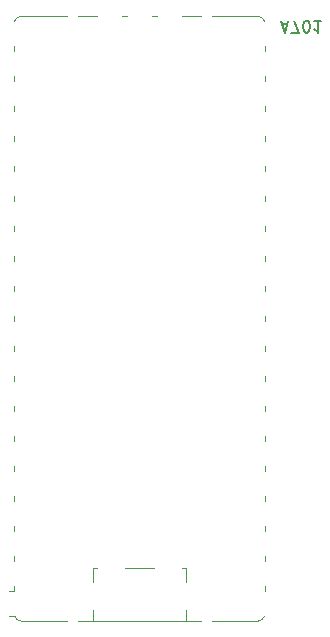
<source format=gbr>
%TF.GenerationSoftware,KiCad,Pcbnew,9.0.2*%
%TF.CreationDate,2025-07-10T20:26:42+02:00*%
%TF.ProjectId,pcb,7063622e-6b69-4636-9164-5f7063625858,rev?*%
%TF.SameCoordinates,Original*%
%TF.FileFunction,Legend,Bot*%
%TF.FilePolarity,Positive*%
%FSLAX46Y46*%
G04 Gerber Fmt 4.6, Leading zero omitted, Abs format (unit mm)*
G04 Created by KiCad (PCBNEW 9.0.2) date 2025-07-10 20:26:42*
%MOMM*%
%LPD*%
G01*
G04 APERTURE LIST*
%ADD10C,0.150000*%
%ADD11C,0.120000*%
G04 APERTURE END LIST*
D10*
X156461660Y-110240895D02*
X156937850Y-110240895D01*
X156366422Y-109955180D02*
X156699755Y-110955180D01*
X156699755Y-110955180D02*
X157033088Y-109955180D01*
X157271184Y-110955180D02*
X157937850Y-110955180D01*
X157937850Y-110955180D02*
X157509279Y-109955180D01*
X158509279Y-110955180D02*
X158604517Y-110955180D01*
X158604517Y-110955180D02*
X158699755Y-110907561D01*
X158699755Y-110907561D02*
X158747374Y-110859942D01*
X158747374Y-110859942D02*
X158794993Y-110764704D01*
X158794993Y-110764704D02*
X158842612Y-110574228D01*
X158842612Y-110574228D02*
X158842612Y-110336133D01*
X158842612Y-110336133D02*
X158794993Y-110145657D01*
X158794993Y-110145657D02*
X158747374Y-110050419D01*
X158747374Y-110050419D02*
X158699755Y-110002800D01*
X158699755Y-110002800D02*
X158604517Y-109955180D01*
X158604517Y-109955180D02*
X158509279Y-109955180D01*
X158509279Y-109955180D02*
X158414041Y-110002800D01*
X158414041Y-110002800D02*
X158366422Y-110050419D01*
X158366422Y-110050419D02*
X158318803Y-110145657D01*
X158318803Y-110145657D02*
X158271184Y-110336133D01*
X158271184Y-110336133D02*
X158271184Y-110574228D01*
X158271184Y-110574228D02*
X158318803Y-110764704D01*
X158318803Y-110764704D02*
X158366422Y-110859942D01*
X158366422Y-110859942D02*
X158414041Y-110907561D01*
X158414041Y-110907561D02*
X158509279Y-110955180D01*
X159794993Y-109955180D02*
X159223565Y-109955180D01*
X159509279Y-109955180D02*
X159509279Y-110955180D01*
X159509279Y-110955180D02*
X159414041Y-110812323D01*
X159414041Y-110812323D02*
X159318803Y-110717085D01*
X159318803Y-110717085D02*
X159223565Y-110669466D01*
D11*
%TO.C,A701*%
X133815000Y-112525000D02*
X133815000Y-112105000D01*
X133815000Y-115065000D02*
X133815000Y-114645000D01*
X133815000Y-117605000D02*
X133815000Y-117185000D01*
X133815000Y-120145000D02*
X133815000Y-119725000D01*
X133815000Y-122685000D02*
X133815000Y-122265000D01*
X133815000Y-125225000D02*
X133815000Y-124805000D01*
X133815000Y-127765000D02*
X133815000Y-127345000D01*
X133815000Y-130305000D02*
X133815000Y-129885000D01*
X133815000Y-132845000D02*
X133815000Y-132425000D01*
X133815000Y-135385000D02*
X133815000Y-134965000D01*
X133815000Y-137925000D02*
X133815000Y-137505000D01*
X133815000Y-140465000D02*
X133815000Y-140045000D01*
X133815000Y-143005000D02*
X133815000Y-142585000D01*
X133815000Y-145545000D02*
X133815000Y-145125000D01*
X133815000Y-148085000D02*
X133815000Y-147665000D01*
X133815000Y-150625000D02*
X133815000Y-150205000D01*
X133815000Y-153165000D02*
X133815000Y-152745000D01*
X133815000Y-155705000D02*
X133815000Y-155285000D01*
X133815000Y-158245000D02*
X133335000Y-158245000D01*
X133815000Y-158245000D02*
X133815000Y-157825000D01*
X133845324Y-160365000D02*
X133335000Y-160365000D01*
X134425000Y-109565000D02*
X138262939Y-109565000D01*
X134425000Y-160785000D02*
X136915000Y-160785000D01*
X136915000Y-160785000D02*
X138262940Y-160785000D01*
X139187061Y-160785000D02*
X140190000Y-160785000D01*
X140190000Y-160785000D02*
X148660000Y-160785000D01*
X140525000Y-156265000D02*
X140821090Y-156265000D01*
X140525000Y-157481000D02*
X140525000Y-156265000D01*
X140525000Y-160785000D02*
X140525000Y-159869000D01*
X140825000Y-109565000D02*
X139187061Y-109565000D01*
X142945000Y-109565000D02*
X143365000Y-109565000D01*
X143178910Y-156265000D02*
X145671090Y-156265000D01*
X145485000Y-109565000D02*
X145905000Y-109565000D01*
X148028910Y-156265000D02*
X148325000Y-156265000D01*
X148325000Y-157481000D02*
X148325000Y-156265000D01*
X148325000Y-160785000D02*
X148325000Y-159869000D01*
X148660000Y-160785000D02*
X149662939Y-160785000D01*
X149662939Y-109565000D02*
X148025000Y-109565000D01*
X150587061Y-109565000D02*
X154425000Y-109565000D01*
X150587061Y-160785000D02*
X151935000Y-160785000D01*
X154425000Y-160785000D02*
X151935000Y-160785000D01*
X155035000Y-112525000D02*
X155035000Y-112105000D01*
X155035000Y-115065000D02*
X155035000Y-114645000D01*
X155035000Y-117605000D02*
X155035000Y-117185000D01*
X155035000Y-120145000D02*
X155035000Y-119725000D01*
X155035000Y-122685000D02*
X155035000Y-122265000D01*
X155035000Y-125225000D02*
X155035000Y-124805000D01*
X155035000Y-127765000D02*
X155035000Y-127345000D01*
X155035000Y-130305000D02*
X155035000Y-129885000D01*
X155035000Y-132845000D02*
X155035000Y-132425000D01*
X155035000Y-135385000D02*
X155035000Y-134965000D01*
X155035000Y-137925000D02*
X155035000Y-137505000D01*
X155035000Y-140465000D02*
X155035000Y-140045000D01*
X155035000Y-143005000D02*
X155035000Y-142585000D01*
X155035000Y-145545000D02*
X155035000Y-145125000D01*
X155035000Y-148085000D02*
X155035000Y-147665000D01*
X155035000Y-150625000D02*
X155035000Y-150205000D01*
X155035000Y-153165000D02*
X155035000Y-152745000D01*
X155035000Y-155705000D02*
X155035000Y-155285000D01*
X155035000Y-158245000D02*
X155035000Y-157825000D01*
X133845324Y-109985063D02*
G75*
G02*
X134425000Y-109565000I579677J-189939D01*
G01*
X134425000Y-160785000D02*
G75*
G02*
X133845324Y-160365000I16J610051D01*
G01*
X154425000Y-109565000D02*
G75*
G02*
X155004660Y-109985068I200J-609700D01*
G01*
X155004676Y-160364937D02*
G75*
G02*
X154425000Y-160785000I-579676J189937D01*
G01*
%TD*%
M02*

</source>
